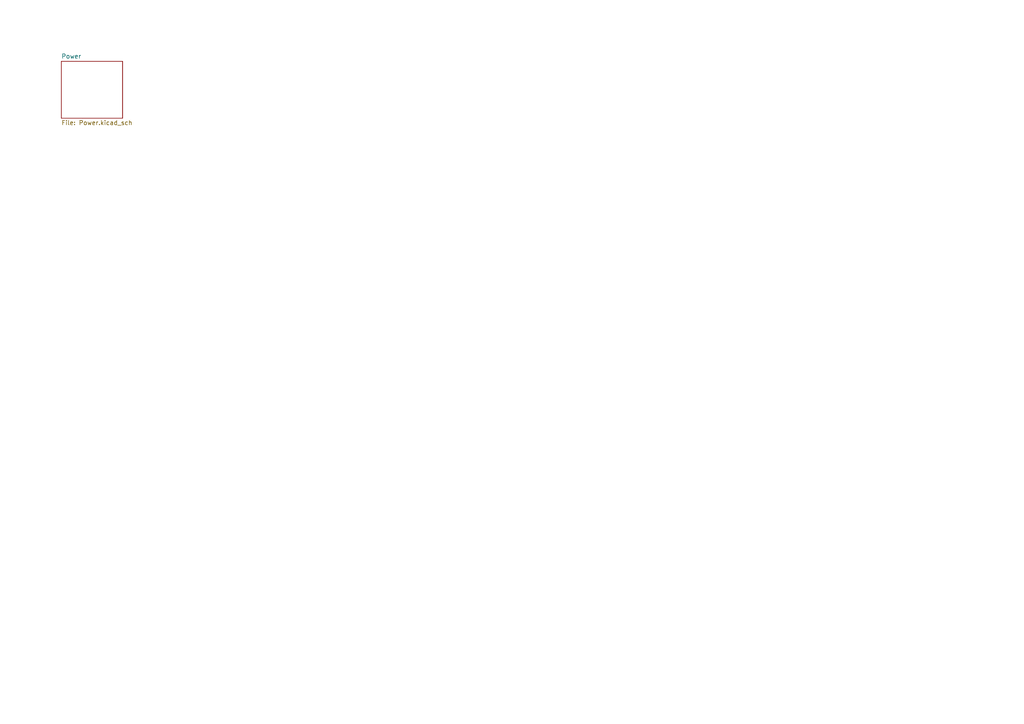
<source format=kicad_sch>
(kicad_sch
	(version 20231120)
	(generator "eeschema")
	(generator_version "8.0")
	(uuid "c68672ea-fdfd-4e57-9584-0a609e86d0f0")
	(paper "A4")
	(lib_symbols)
	(sheet
		(at 17.78 17.78)
		(size 17.78 16.51)
		(fields_autoplaced yes)
		(stroke
			(width 0.1524)
			(type solid)
		)
		(fill
			(color 0 0 0 0.0000)
		)
		(uuid "25520a7e-eaa0-4b35-abf4-e6cae340348e")
		(property "Sheetname" "Power"
			(at 17.78 17.0684 0)
			(effects
				(font
					(size 1.27 1.27)
				)
				(justify left bottom)
			)
		)
		(property "Sheetfile" "Power.kicad_sch"
			(at 17.78 34.8746 0)
			(effects
				(font
					(size 1.27 1.27)
				)
				(justify left top)
			)
		)
		(instances
			(project "Scanbot"
				(path "/c68672ea-fdfd-4e57-9584-0a609e86d0f0"
					(page "2")
				)
			)
		)
	)
	(sheet_instances
		(path "/"
			(page "1")
		)
	)
)
</source>
